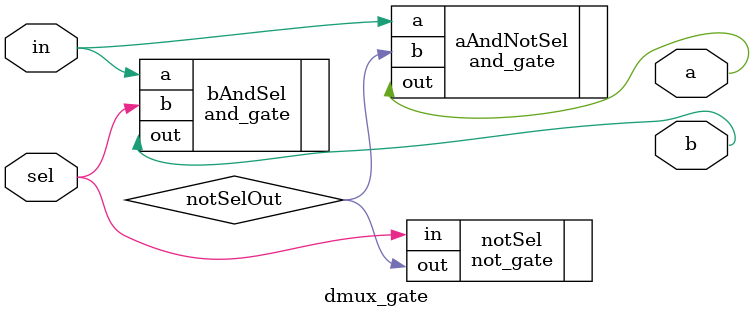
<source format=v>
`include "src/Week1/not_gate.v"
`include "src/Week1/and_gate.v"

`ifndef DMUX_GATE_V
`define DMUX_GATE_V
module dmux_gate(
    output wire a,
    output wire b,
    input wire in,
    input wire sel
);
    // Simple DMUX gate
    // assign a = in & ~sel;
    // assign b = in & sel;

    wire notSelOut;
    not_gate notSel(
        .out(notSelOut),
        .in(sel)
    );

    and_gate aAndNotSel (
        .out(a),
        .a(in),
        .b(notSelOut)
    );

    and_gate bAndSel (
        .out(b),
        .a(in),
        .b(sel)
    );
endmodule
`endif
</source>
